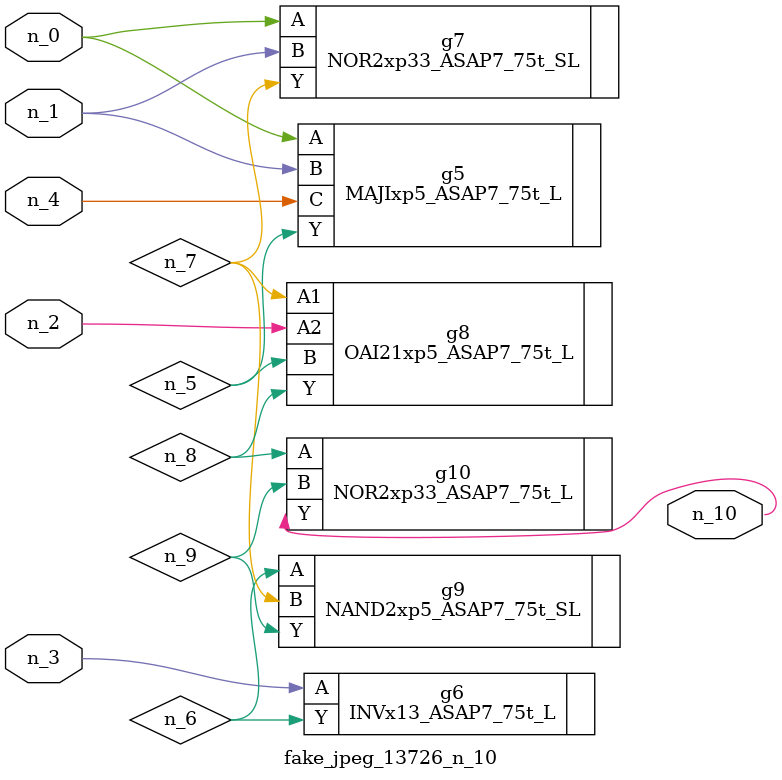
<source format=v>
module fake_jpeg_13726_n_10 (n_3, n_2, n_1, n_0, n_4, n_10);

input n_3;
input n_2;
input n_1;
input n_0;
input n_4;

output n_10;

wire n_8;
wire n_9;
wire n_6;
wire n_5;
wire n_7;

MAJIxp5_ASAP7_75t_L g5 ( 
.A(n_0),
.B(n_1),
.C(n_4),
.Y(n_5)
);

INVx13_ASAP7_75t_L g6 ( 
.A(n_3),
.Y(n_6)
);

NOR2xp33_ASAP7_75t_SL g7 ( 
.A(n_0),
.B(n_1),
.Y(n_7)
);

OAI21xp5_ASAP7_75t_L g8 ( 
.A1(n_7),
.A2(n_2),
.B(n_5),
.Y(n_8)
);

NOR2xp33_ASAP7_75t_L g10 ( 
.A(n_8),
.B(n_9),
.Y(n_10)
);

NAND2xp5_ASAP7_75t_SL g9 ( 
.A(n_6),
.B(n_7),
.Y(n_9)
);


endmodule
</source>
